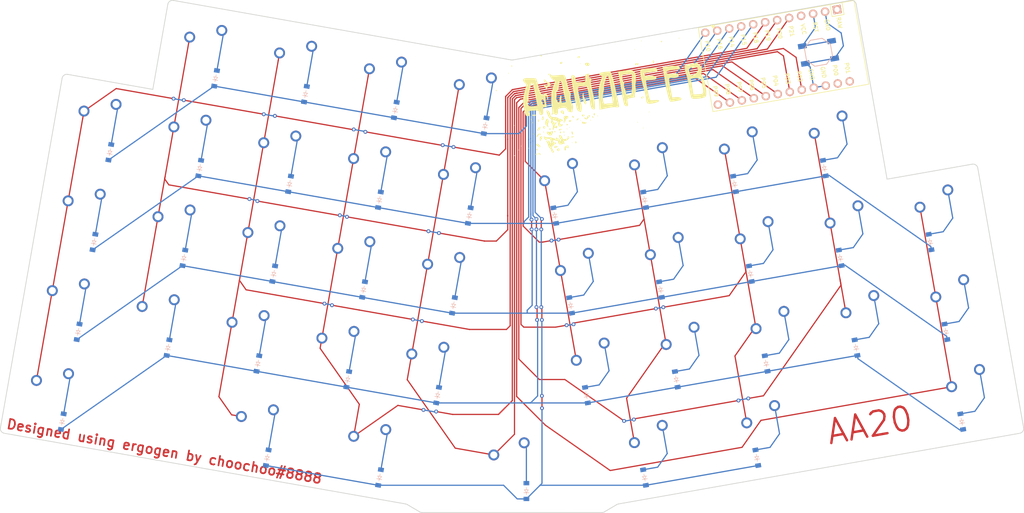
<source format=kicad_pcb>
(kicad_pcb (version 20211014) (generator pcbnew)
  (title_block (title "KEYBOARD_NAME_HERE") (rev "VERSION_HERE") (company "YOUR_NAME_HERE"))
  (layers (0 "F.Cu" signal) (31 "B.Cu" signal) (34 "B.Paste" user) (35 "F.Paste" user) (36 "B.SilkS" user "B.Silkscreen") (37 "F.SilkS" user "F.Silkscreen") (38 "B.Mask" user) (39 "F.Mask" user) (44 "Edge.Cuts" user))
  (net 0 "")
  (net 1 "pinky_bottom")
  (net 2 "P19")
  (net 3 "P15")
  (net 4 "pinky_home")
  (net 5 "P14")
  (net 6 "pinky_top")
  (net 7 "P16")
  (net 8 "pinky_number")
  (net 9 "P10")
  (net 10 "ring_bottom")
  (net 11 "P20")
  (net 12 "ring_home")
  (net 13 "ring_top")
  (net 14 "ring_number")
  (net 15 "middle_bottom")
  (net 16 "P21")
  (net 17 "middle_home")
  (net 18 "middle_top")
  (net 19 "middle_number")
  (net 20 "index_bottom")
  (net 21 "P2")
  (net 22 "index_home")
  (net 23 "index_top")
  (net 24 "index_number")
  (net 25 "inner_bottom")
  (net 26 "P3")
  (net 27 "inner_home")
  (net 28 "inner_top")
  (net 29 "inner_number")
  (net 30 "tuck_only")
  (net 31 "P18")
  (net 32 "center_only")
  (net 33 "mirror_pinky_bottom")
  (net 34 "P4")
  (net 35 "mirror_pinky_home")
  (net 36 "mirror_pinky_top")
  (net 37 "mirror_ring_bottom")
  (net 38 "P5")
  (net 39 "mirror_ring_home")
  (net 40 "mirror_ring_top")
  (net 41 "mirror_middle_bottom")
  (net 42 "P6")
  (net 43 "mirror_middle_home")
  (net 44 "mirror_middle_top")
  (net 45 "mirror_index_bottom")
  (net 46 "P7")
  (net 47 "mirror_index_home")
  (net 48 "mirror_index_top")
  (net 49 "mirror_inner_bottom")
  (net 50 "P8")
  (net 51 "mirror_inner_home")
  (net 52 "mirror_inner_top")
  (net 53 "mirror_tuck_only")
  (net 54 "mirror_center_only")
  (net 55 "RAW")
  (net 56 "GND")
  (net 57 "RST")
  (net 58 "VCC")
  (net 59 "P1")
  (net 60 "P0")
  (net 61 "P9")
  (footprint "E73:SW_TACT_ALPS_SKQGABE010" (layer "F.Cu") (at 244.737321 -96.584255 10)
    (fp_text reference "B1" hide)
    (fp_text value "" hide)
  )
  (footprint "MX" (layer "F.Cu") (at 195.071556 -49.139085 10)
    (fp_text reference "S37" hide)
    (fp_text value "" hide)
  )
  (footprint "Desktop:happytappy" (layer "F.Cu") (at 201.301324 -88.203547 10)
    (fp_text reference "G***" hide)
    (fp_text value "LOGO" hide)
  )
  (footprint "MX" (layer "F.Cu") (at 180.763559 -9.89975)
    (fp_text reference "S23" hide)
    (fp_text value "" hide)
  )
  (footprint "MX" (layer "F.Cu") (at 113.481796 -77.823666 -10)
    (fp_text reference "S7" hide)
    (fp_text value "" hide)
  )
  (footprint "MX" (layer "F.Cu") (at 217.14014 -33.686496 10)
    (fp_text reference "S33" hide)
    (fp_text value "" hide)
  )
  (footprint "MX" (layer "F.Cu") (at 125.626386 -36.994492 -10)
    (fp_text reference "S9" hide)
    (fp_text value "" hide)
  )
  (footprint "MX" (layer "F.Cu") (at 270.113908 -62.371078 10)
    (fp_text reference "S26" hide)
    (fp_text value "" hide)
  )
  (footprint "ComboDiode" (layer "F.Cu") (at 168.541744 -43.694103 80)
    (fp_text reference "D18" hide)
    (fp_text value "" hide)
  )
  (footprint "ComboDiode" (layer "F.Cu") (at 208.418844 -7.727686 100)
    (fp_text reference "D40" hide)
    (fp_text value "" hide)
  )
  (footprint "MX" (layer "F.Cu") (at 233.955761 -17.307666 10)
    (fp_text reference "S39" hide)
    (fp_text value "" hide)
  )
  (footprint "MX" (layer "F.Cu") (at 235.900728 -36.994496 10)
    (fp_text reference "S30" hide)
    (fp_text value "" hide)
  )
  (footprint "ComboDiode" (layer "F.Cu") (at 149.781153 -47.002102 80)
    (fp_text reference "D14" hide)
    (fp_text value "" hide)
  )
  (footprint "MX" (layer "F.Cu") (at 191.763557 -67.899673 10)
    (fp_text reference "S38" hide)
    (fp_text value "" hide)
  )
  (footprint "MX" (layer "F.Cu") (at 210.50503 -13.172671 10)
    (fp_text reference "S40" hide)
    (fp_text value "" hide)
  )
  (footprint "ComboDiode" (layer "F.Cu") (at 146.473156 -28.241512 80)
    (fp_text reference "D13" hide)
    (fp_text value "" hide)
  )
  (footprint "MX" (layer "F.Cu") (at 229.284733 -74.51567 10)
    (fp_text reference "S32" hide)
    (fp_text value "" hide)
  )
  (footprint "MX" (layer "F.Cu") (at 91.413211 -62.371076 -10)
    (fp_text reference "S3" hide)
    (fp_text value "" hide)
  )
  (footprint "MX" (layer "F.Cu") (at 169.763559 -67.899674 -10)
    (fp_text reference "S19" hide)
    (fp_text value "" hide)
  )
  (footprint "ProMicro" (layer "F.Cu") (at 236.181152 -95.583284 -170)
    (fp_text reference "MCU1" hide)
    (fp_text value "" hide)
  )
  (footprint "MX" (layer "F.Cu") (at 151.022087 -13.172669 -10)
    (fp_text reference "S22" hide)
    (fp_text value "" hide)
  )
  (footprint "MX" (layer "F.Cu") (at 173.071555 -86.660265 -10)
    (fp_text reference "S20" hide)
    (fp_text value "" hide)
  )
  (footprint "MX" (layer "F.Cu") (at 166.455559 -49.139086 -10)
    (fp_text reference "S18" hide)
    (fp_text value "" hide)
  )
  (footprint "MX" (layer "F.Cu") (at 198.379553 -30.378497 10)
    (fp_text reference "S36" hide)
    (fp_text value "" hide)
  )
  (footprint "MX" (layer "F.Cu") (at 128.934384 -55.755084 -10)
    (fp_text reference "S10" hide)
    (fp_text value "" hide)
  )
  (footprint "ComboDiode" (layer "F.Cu") (at 249.267138 -53.618094 100)
    (fp_text reference "D28" hide)
    (fp_text value "" hide)
  )
  (footprint "ComboDiode" (layer "F.Cu") (at 153.089152 -65.762685 80)
    (fp_text reference "D15" hide)
    (fp_text value "" hide)
  )
  (footprint "ComboDiode" (layer "F.Cu") (at 268.027722 -56.926094 100)
    (fp_text reference "D26" hide)
    (fp_text value "" hide)
  )
  (footprint "ComboDiode" (layer "F.Cu") (at 153.10827 -7.727687 80)
    (fp_text reference "D22" hide)
    (fp_text value "" hide)
  )
  (footprint "MX" (layer "F.Cu") (at 116.789795 -96.584257 -10)
    (fp_text reference "S8" hide)
    (fp_text value "" hide)
  )
  (footprint "ComboDiode" (layer "F.Cu") (at 115.567977 -72.378682 80)
    (fp_text reference "D7" hide)
    (fp_text value "" hide)
  )
  (footprint "ComboDiode" (layer "F.Cu") (at 96.807391 -75.686683 80)
    (fp_text reference "D4" hide)
    (fp_text value "" hide)
  )
  (footprint "MX" (layer "F.Cu") (at 106.865801 -40.302493 -10)
    (fp_text reference "S5" hide)
    (fp_text value "" hide)
  )
  (footprint "ComboDiode" (layer "F.Cu") (at 86.883394 -19.404919 80)
    (fp_text reference "D1" hide)
    (fp_text value "" hide)
  )
  (footprint "MX" (layer "F.Cu") (at 163.147563 -30.378498 -10)
    (fp_text reference "S17" hide)
    (fp_text value "" hide)
  )
  (footprint "MX" (layer "F.Cu") (at 251.353322 -59.06308 10)
    (fp_text reference "S28" hide)
    (fp_text value "" hide)
  )
  (footprint "MX" (layer "F.Cu") (at 210.524147 -71.207672 10)
    (fp_text reference "S35" hide)
    (fp_text value "" hide)
  )
  (footprint "ComboDiode" (layer "F.Cu") (at 156.39715 -84.523275 80)
    (fp_text reference "D16" hide)
    (fp_text value "" hide)
  )
  (footprint "ComboDiode" (layer "F.Cu") (at 171.849742 -62.45469 80)
    (fp_text reference "D19" hide)
    (fp_text value "" hide)
  )
  (footprint "ComboDiode" (layer "F.Cu") (at 227.19855 -69.070682 100)
    (fp_text reference "D32" hide)
    (fp_text value "" hide)
  )
  (footprint "ComboDiode" (layer "F.Cu") (at 127.712569 -31.549511 80)
    (fp_text reference "D9" hide)
    (fp_text value "" hide)
  )
  (footprint "MX" (layer "F.Cu") (at 248.045319 -77.823666 10)
    (fp_text reference "S29" hide)
    (fp_text value "" hide)
  )
  (footprint "MX" (layer "F.Cu") (at 88.10521 -43.61049 -10)
    (fp_text reference "S2" hide)
    (fp_text value "" hide)
  )
  (footprint "ComboDiode" (layer "F.Cu") (at 245.959138 -72.378683 100)
    (fp_text reference "D29" hide)
    (fp_text value "" hide)
  )
  (footprint "MX" (layer "F.Cu") (at 232.592728 -55.75508 10)
    (fp_text reference "S31" hide)
    (fp_text value "" hide)
  )
  (footprint "ComboDiode" (layer "F.Cu") (at 90.191394 -38.165505 80)
    (fp_text reference "D2" hide)
    (fp_text value "" hide)
  )
  (footprint "MX" (layer "F.Cu") (at 144.386974 -33.686494 -10)
    (fp_text reference "S13" hide)
    (fp_text value "" hide)
  )
  (footprint "ComboDiode" (layer "F.Cu") (at 189.677376 -62.454692 100)
    (fp_text reference "D38" hide)
    (fp_text value "" hide)
  )
  (footprint "MX" (layer "F.Cu") (at 273.421902 -43.610489 10)
    (fp_text reference "S25" hide)
    (fp_text value "" hide)
  )
  (footprint "ComboDiode" (layer "F.Cu") (at 215.053959 -28.241513 100)
    (fp_text reference "D33" hide)
    (fp_text value "" hide)
  )
  (footprint "MX" (layer "F.Cu") (at 254.661317 -40.302493 10)
    (fp_text reference "S27" hide)
    (fp_text value "" hide)
  )
  (footprint "MX" (layer "F.Cu") (at 213.832144 -52.447084 10)
    (fp_text reference "S34" hide)
    (fp_text value "" hide)
  )
  (footprint "Stabilizer_MX_2u" (layer "F.Cu") (at 180.763559 -9.89975 180)
    (fp_text reference "")
    (fp_text value "")
  )
  (footprint "ComboDiode" (layer "F.Cu") (at 183.763556 -4.899749 90)
    (fp_text reference "D23" hide)
    (fp_text value "" hide)
  )
  (footprint "ComboDiode" (layer "F.Cu") (at 252.575132 -34.857509 100)
    (fp_text reference "D27" hide)
    (fp_text value "" hide)
  )
  (footprint "ComboDiode" (layer "F.Cu") (at 231.869579 -11.862683 100)
    (fp_text reference "D39" hide)
    (fp_text value "" hide)
  )
  (footprint "MX" (layer "F.Cu") (at 84.797213 -24.849902 -10)
    (fp_text reference "S1" hide)
    (fp_text value "" hide)
  )
  (footprint "ComboDiode" (layer "F.Cu") (at 112.259981 -53.618093 80)
    (fp_text reference "D6" hide)
    (fp_text value "" hide)
  )
  (footprint "ComboDiode" (layer "F.Cu") (at 233.814549 -31.549512 100)
    (fp_text reference "D30" hide)
    (fp_text value "" hide)
  )
  (footprint "MX" (layer "F.Cu") (at 154.310968 -89.968258 -10)
    (fp_text reference "S16" hide)
    (fp_text value "" hide)
  )
  (footprint "MX" (layer "F.Cu") (at 132.242382 -74.515669 -10)
    (fp_text reference "S11" hide)
    (fp_text value "" hide)
  )
  (footprint "ComboDiode" (layer "F.Cu") (at 118.875974 -91.139272 80)
    (fp_text reference "D8" hide)
    (fp_text value "" hide)
  )
  (footprint "MX" (layer "F.Cu") (at 151.002968 -71.207672 -10)
    (fp_text reference "S15" hide)
    (fp_text value "" hide)
  )
  (footprint "ComboDiode" (layer "F.Cu") (at 271.335722 -38.165503 100)
    (fp_text reference "D25" hide)
    (fp_text value "" hide)
  )
  (footprint "ComboDiode" (layer "F.Cu") (at 208.437963 -65.762685 100)
    (fp_text reference "D35" hide)
    (fp_text value "" hide)
  )
  (footprint "ComboDiode" (layer "F.Cu") (at 131.020565 -50.3101 80)
    (fp_text reference "D10" hide)
    (fp_text value "" hide)
  )
  (footprint "ComboDiode" (layer "F.Cu") (at 196.293367 -24.933515 100)
    (fp_text reference "D36" hide)
    (fp_text value "" hide)
  )
  (footprint "ComboDiode" (layer "F.Cu") (at 230.506549 -50.3101 100)
    (fp_text reference "D31" hide)
    (fp_text value "" hide)
  )
  (footprint "MX" (layer "F.Cu") (at 127.571352 -17.307666 -10)
    (fp_text reference "S21" hide)
    (fp_text value "" hide)
  )
  (footprint "ComboDiode" (layer "F.Cu") (at 175.157738 -81.215277 80)
    (fp_text reference "D20" hide)
    (fp_text value "" hide)
  )
  (footprint "MX" (layer "F.Cu") (at 135.550379 -93.276256 -10)
    (fp_text reference "S12" hide)
    (fp_text value "" hide)
  )
  (footprint "ComboDiode" (layer "F.Cu") (at 137.636563 -87.831273 80)
    (fp_text reference "D12" hide)
    (fp_text value "" hide)
  )
  (footprint "ComboDiode" (layer "F.Cu") (at 274.643722 -19.40492 100)
    (fp_text reference "D24" hide)
    (fp_text value "" hide)
  )
  (footprint "ComboDiode" (layer "F.Cu") (at 211.745959 -47.0021 100)
    (fp_text reference "D34" hide)
    (fp_text value "" hide)
  )
  (footprint "MX" (layer "F.Cu") (at 110.173797 -59.06308 -10)
    (fp_text reference "S6" hide)
    (fp_text value "" hide)
  )
  (footprint "MX" (layer "F.Cu") (at 94.721208 -81.131663 -10)
    (fp_text reference "S4" hide)
    (fp_text value "" hide)
  )
  (footprint "ComboDiode" (layer "F.Cu") (at 134.328564 -69.070685 80)
    (fp_text reference "D11" hide)
    (fp_text value "" hide)
  )
  (footprint "ComboDiode" (layer "F.Cu") (at 192.985374 -43.694102 100)
    (fp_text reference "D37" hide)
    (fp_text value "" hide)
  )
  (footprint "ComboDiode" (layer "F.Cu") (at 129.657533 -11.862683 80)
    (fp_text reference "D21" hide)
    (fp_text value "" hide)
  )
  (footprint "MX" (layer "F.Cu") (at 276.729904 -24.849898 10)
    (fp_text reference "S24" hide)
    (fp_text value "" hide)
  )
  (footprint "ComboDiode" (layer "F.Cu") (at 93.499394 -56.926095 80)
    (fp_text reference "D3" hide)
    (fp_text value "" hide)
  )
  (footprint "ComboDiode" (layer "F.Cu") (at 165.233746 -24.933516 80)
    (fp_text reference "D17" hide)
    (fp_text value "" hide)
  )
  (footprint "ComboDiode" (layer "F.Cu") (at 108.951983 -34.857508 80)
    (fp_text reference "D5" hide)
    (fp_text value "" hide)
  )
  (footprint "MX" (layer "F.Cu") (at 147.694973 -52.447083 -10)
    (fp_text reference "S14" hide)
    (fp_text value "" hide)
  )
  (gr_line (start 77.099877 -35.904475) (end 80.399196 -54.615822) (layer "Edge.Cuts") (width 0.15))
  (gr_line (start 80.407876 -54.665063) (end 83.707194 -73.376409) (layer "Edge.Cuts") (width 0.15))
  (gr_line (start 73.965529 -18.128694) (end 77.091198 -35.855232) (layer "Edge.Cuts") (width 0.15))
  (gr_line (start 202.97638 -2.19861) (end 286.750427 -16.970239) (layer "Edge.Cuts") (width 0.15))
  (gr_line (start 284.435916 -35.855233) (end 287.561584 -18.128693) (layer "Edge.Cuts") (width 0.15))
  (gr_arc (start 86.84154 -91.152189) (mid 87.252772 -91.797693) (end 87.999997 -91.963348) (layer "Edge.Cuts") (width 0.15))
  (gr_line (start 77.091198 -35.855232) (end 77.099877 -35.904475) (layer "Edge.Cuts") (width 0.15))
  (gr_arc (start 251.458533 -107.415937) (mid 252.205757 -107.25028) (end 252.616988 -106.604776) (layer "Edge.Cuts") (width 0.15))
  (gr_line (start 284.427236 -35.904474) (end 284.435916 -35.855233) (layer "Edge.Cuts") (width 0.15))
  (gr_line (start 105.784463 -88.87824) (end 108.910129 -106.604781) (layer "Edge.Cuts") (width 0.15))
  (gr_arc (start 108.910127 -106.604776) (mid 109.321359 -107.250281) (end 110.068584 -107.415937) (layer "Edge.Cuts") (width 0.15))
  (gr_line (start 180.937206 -94.981126) (end 251.458533 -107.415937) (layer "Edge.Cuts") (width 0.15))
  (gr_line (start 259.050651 -70.117651) (end 259.059337 -70.068411) (layer "Edge.Cuts") (width 0.15))
  (gr_arc (start 200.023005 -0.537406) (mid 199.779033 -0.434777) (end 199.516681 -0.39975) (layer "Edge.Cuts") (width 0.15))
  (gr_arc (start 162.010432 -0.399746) (mid 161.748079 -0.434774) (end 161.504106 -0.537405) (layer "Edge.Cuts") (width 0.15))
  (gr_line (start 83.707194 -73.376409) (end 83.715877 -73.425648) (layer "Edge.Cuts") (width 0.15))
  (gr_line (start 83.715877 -73.425648) (end 86.841543 -91.152188) (layer "Edge.Cuts") (width 0.15))
  (gr_arc (start 158.550737 -2.198614) (mid 158.722546 -2.152241) (end 158.883414 -2.076148) (layer "Edge.Cuts") (width 0.15))
  (gr_line (start 259.108573 -70.077093) (end 276.835118 -73.202762) (layer "Edge.Cuts") (width 0.15))
  (gr_arc (start 202.643703 -2.076145) (mid 202.804571 -2.152237) (end 202.97638 -2.19861) (layer "Edge.Cuts") (width 0.15))
  (gr_line (start 110.068584 -107.415937) (end 180.589907 -94.981126) (layer "Edge.Cuts") (width 0.15))
  (gr_line (start 281.119236 -54.66506) (end 281.127917 -54.615819) (layer "Edge.Cuts") (width 0.15))
  (gr_arc (start 287.561585 -18.128693) (mid 287.39593 -17.38147) (end 286.750427 -16.970239) (layer "Edge.Cuts") (width 0.15))
  (gr_line (start 162.010432 -0.399747) (end 199.516681 -0.39975) (layer "Edge.Cuts") (width 0.15))
  (gr_line (start 281.127917 -54.615819) (end 284.427236 -35.904474) (layer "Edge.Cuts") (width 0.15))
  (gr_line (start 74.776689 -16.970238) (end 158.550735 -2.198611) (layer "Edge.Cuts") (width 0.15))
  (gr_line (start 252.616988 -106.604776) (end 259.050651 -70.117651) (layer "Edge.Cuts") (width 0.15))
  (gr_line (start 158.883414 -2.076148) (end 161.504106 -0.537405) (layer "Edge.Cuts") (width 0.15))
  (gr_line (start 87.999997 -91.963348) (end 105.775779 -88.828999) (layer "Edge.Cuts") (width 0.15))
  (gr_line (start 80.399196 -54.615822) (end 80.407876 -54.665063) (layer "Edge.Cuts") (width 0.15))
  (gr_arc (start 74.77669 -16.970239) (mid 74.131186 -17.38147) (end 73.965529 -18.128694) (layer "Edge.Cuts") (width 0.15))
  (gr_line (start 105.775779 -88.828999) (end 105.784463 -88.87824) (layer "Edge.Cuts") (width 0.15))
  (gr_line (start 277.993572 -72.391602) (end 281.119236 -54.66506) (layer "Edge.Cuts") (width 0.15))
  (gr_arc (start 180.937203 -94.981125) (mid 180.763555 -94.965933) (end 180.589907 -94.981126) (layer "Edge.Cuts") (width 0.15))
  (gr_arc (start 276.835115 -73.202761) (mid 277.58234 -73.037106) (end 277.993572 -72.391602) (layer "Edge.Cuts") (width 0.15))
  (gr_line (start 259.059337 -70.068411) (end 259.108573 -70.077093) (layer "Edge.Cuts") (width 0.15))
  (gr_line (start 202.643699 -2.076147) (end 200.023008 -0.537405) (layer "Edge.Cuts") (width 0.15))
  (gr_text "Designed using ergogen by choochoo#8888" (at 108.187578 -13.172039 -10) (layer "F.Cu") (effects (font (size 2 2) (thickness 0.35))))
  (gr_text "AA20" (at 255.461168 -18.669772 10) (layer "F.Cu") (effects (font (size 5 5) (thickness 0.5))))
  (segment (start 88.55389 -28.878769) (end 88.180756 -29.411659) (width 0.25) (layer "B.Cu") (net 1))
  (segment (start 87.169916 -21.029851) (end 88.55389 -28.878769) (width 0.25) (layer "B.Cu") (net 1))
  (segment (start 178.112152 -75.092508) (end 168.544253 -76.779589) (width 0.25) (layer "F.Cu") (net 2))
  (segment (start 91.129464 -82.702787) (end 81.486162 -28.012912) (width 0.25) (layer "F.Cu") (net 2))
  (segment (start 182.156698 -89.009584) (end 180.815586 -88.773108) (width 0.25) (layer "F.Cu") (net 2))
  (segment (start 179.421246 -76.401603) (end 178.112152 -75.092508) (width 0.25) (layer "F.Cu") (net 2))
  (segment (start 233.607246 -102.866987) (end 229.784588 -97.407663) (width 0.25) (layer "F.Cu") (net 2))
  (segment (start 112.240436 -86.578513) (end 128.937357 -83.634394) (width 0.25) (layer "F.Cu") (net 2))
  (segment (start 184.469508 -89.417394) (end 182.156699 -89.009583) (width 0.25) (layer "F.Cu") (net 2))
  (segment (start 147.646437 -80.399959) (end 147.719998 -80.451468) (width 0.25) (layer "F.Cu") (net 2))
  (segment (start 180.731255 -88.65267) (end 179.421245 -87.342661) (width 0.25) (layer "F.Cu") (net 2))
  (segment (start 91.410155 -84.294674) (end 98.132419 -89.001657) (width 0.25) (layer "F.Cu") (net 2))
  (segment (start 91.410156 -84.294676) (end 91.129464 -82.702787) (width 0.25) (layer "F.Cu") (net 2))
  (segment (start 150.147849 -79.958892) (end 166.219418 -77.125042) (width 0.25) (layer "F.Cu") (net 2))
  (segment (start 98.132419 -89.001657) (end 110.103209 -86.890882) (width 0.25) (layer "F.Cu") (net 2))
  (segment (start 229.784588 -97.407663) (end 184.469508 -89.417394) (width 0.25) (layer "F.Cu") (net 2))
  (segment (start 166.219418 -77.125042) (end 166.29298 -77.176549) (width 0.25) (layer "F.Cu") (net 2))
  (segment (start 179.421245 -87.342661) (end 179.421246 -76.401603) (width 0.25) (layer "F.Cu") (net 2))
  (segment (start 180.815586 -88.773108) (end 180.731255 -88.65267) (width 0.25) (layer "F.Cu") (net 2))
  (segment (start 131.26219 -83.288943) (end 147.646437 -80.399959) (width 0.25) (layer "F.Cu") (net 2))
  (via (at 112.240436 -86.578513) (size 0.8) (drill 0.4) (layers "F.Cu" "B.Cu") (net 2))
  (via (at 166.29298 -77.176549) (size 0.8) (drill 0.4) (layers "F.Cu" "B.Cu") (net 2))
  (via (at 150.147849 -79.958892) (size 0.8) (drill 0.4) (layers "F.Cu" "B.Cu") (net 2))
  (via (at 168.544253 -76.779589) (size 0.8) (drill 0.4) (layers "F.Cu" "B.Cu") (net 2))
  (via (at 110.103209 -86.890882) (size 0.8) (drill 0.4) (layers "F.Cu" "B.Cu") (net 2))
  (via (at 147.719998 -80.451468) (size 0.8) (drill 0.4) (layers "F.Cu" "B.Cu") (net 2))
  (via (at 131.26219 -83.288943) (size 0.8) (drill 0.4) (layers "F.Cu" "B.Cu") (net 2))
  (via (at 128.937357 -83.634394) (size 0.8) (drill 0.4) (layers "F.Cu" "B.Cu") (net 2))
  (segment (start 110.103209 -86.890882) (end 112.166872 -86.527003) (width 0.25) (layer "B.Cu") (net 2))
  (segment (start 166.29298 -77.176549) (end 168.544253 -76.779589) (width 0.25) (layer "B.Cu") (net 2))
  (segment (start 128.937357 -83.634394) (end 131.188629 -83.237434) (width 0.25) (layer "B.Cu") (net 2))
  (segment (start 147.719998 -80.451468) (end 150.09634 -80.032454) (width 0.25) (layer "B.Cu") (net 2))
  (segment (start 131.188629 -83.237434) (end 131.26219 -83.288943) (width 0.25) (layer "B.Cu") (net 2))
  (segment (start 150.09634 -80.032454) (end 150.147849 -79.958892) (width 0.25) (layer "B.Cu") (net 2))
  (segment (start 112.166872 -86.527003) (end 112.240436 -86.578513) (width 0.25) (layer "B.Cu") (net 2))
  (segment (start 185.995384 -40.656508) (end 185.995382 -43.196509) (width 0.25) (layer "F.Cu") (net 3))
  (segment (start 185.995382 -43.196509) (end 185.868381 -43.323509) (width 0.25) (layer "F.Cu") (net 3))
  (segment (start 185.852385 -59.579508) (end 185.852385 -61.738509) (width 0.25) (layer "F.Cu") (net 3))
  (via (at 185.868381 -43.323509) (size 0.8) (drill 0.4) (layers "F.Cu" "B.Cu") (net 3))
  (via (at 185.852385 -59.579508) (size 0.8) (drill 0.4) (layers "F.Cu" "B.Cu") (net 3))
  (via (at 185.995384 -40.656508) (size 0.8) (drill 0.4) (layers "F.Cu" "B.Cu") (net 3))
  (via (at 185.852385 -61.738509) (size 0.8) (drill 0.4) (layers "F.Cu" "B.Cu") (net 3))
  (segment (start 182.855458 -23.308582) (end 196.579888 -23.308581) (width 0.25) (layer "B.Cu") (net 3))
  (segment (start 185.134825 -62.45607) (end 185.134822 -62.962661) (width 0.25) (layer "B.Cu") (net 3))
  (segment (start 108.665462 -33.232577) (end 164.947226 -23.308581) (width 0.25) (layer "B.Cu") (net 3))
  (segment (start 185.134822 -62.962661) (end 185.134823 -77.994508) (width 0.25) (layer "B.Cu") (net 3))
  (segment (start 186.106385 -40.545504) (end 185.995384 -40.656508) (width 0.25) (layer "B.Cu") (net 3))
  (segment (start 185.852385 -61.738509) (end 185.134825 -62.45607) (width 0.25) (layer "B.Cu") (net 3))
  (segment (start 86.596876 -17.779985) (end 86.596876 -17.779986) (width 0.25) (layer "B.Cu") (net 3))
  (segment (start 252.861652 -33.232576) (end 252.983206 -32.543209) (width 0.25) (layer "B.Cu") (net 3))
  (segment (start 228.604422 -101.984855) (end 221.23214 -91.45614) (width 0.25) (layer "B.Cu") (net 3))
  (segment (start 185.868381 -43.323509) (end 185.868384 -59.563511) (width 0.25) (layer "B.Cu") (net 3))
  (segment (start 221.23214 -91.45614) (end 185.571587 -85.168223) (width 0.25) (layer "B.Cu") (net 3))
  (segment (start 185.134824 -78.048558) (end 185.134823 -84.344508) (width 0.25) (layer "B.Cu") (net 3))
  (segment (start 185.134823 -77.994508) (end 185.134824 -78.048558) (width 0.25) (layer "B.Cu") (net 3))
  (segment (start 196.579892 -23.308583) (end 252.861652 -33.232576) (width 0.25) (layer "B.Cu") (net 3))
  (segment (start 274.240873 -17.65843) (end 274.930239 -17.779987) (width 0.25) (layer "B.Cu") (net 3))
  (segment (start 86.596876 -17.779986) (end 108.665462 -33.232577) (width 0.25) (layer "B.Cu") (net 3))
  (segment (start 182.855458 -23.308582) (end 184.63346 -23.308583) (width 0.25) (layer "B.Cu") (net 3))
  (segment (start 184.63346 -23.308583) (end 186.106386 -24.78151) (width 0.25) (layer "B.Cu") (net 3))
  (segment (start 164.947229 -23.30858) (end 182.855458 -23.308582) (width 0.25) (layer "B.Cu") (net 3))
  (segment (start 185.571587 -85.168223) (end 185.134823 -84.54446) (width 0.25) (layer "B.Cu") (net 3))
  (segment (start 252.983206 -32.543209) (end 274.240873 -17.65843) (width 0.25) (layer "B.Cu") (net 3))
  (segment (start 186.106386 -24.78151) (end 186.106385 -40.545504) (width 0.25) (layer "B.Cu") (net 3))
  (segment (start 185.134823 -84.54446) (end 185.134825 -83.658723) (width 0.25) (layer "B.Cu") (net 3))
  (segment (start 185.868384 -59.563511) (end 185.852385 -59.579508) (width 0.25) (layer "B.Cu") (net 3))
  (segment (start 91.861887 -47.639356) (end 91.488754 -48.172247) (width 0.25) (layer "B.Cu") (net 4))
  (segment (start 90.477912 -39.790438) (end 91.861887 -47.639356) (width 0.25) (layer "B.Cu") (net 4))
  (segment (start 184.852381 -61.595511) (end 184.836384 -61.611511) (width 0.25) (layer "F.Cu") (net 5))
  (segment (start 184.85238 -59.579506) (end 184.852381 -61.595511) (width 0.25) (layer "F.Cu") (net 5))
  (via (at 184.836384 -61.611511) (size 0.8) (drill 0.4) (layers "F.Cu" "B.Cu") (net 5))
  (via (at 184.85238 -59.579506) (size 0.8) (drill 0.4) (layers "F.Cu" "B.Cu") (net 5))
  (segment (start 184.684813 -78.528493) (end 184.684813 -84.344509) (width 0.25) (layer "B.Cu") (net 5))
  (segment (start 183.931722 -42.672848) (end 184.963387 -43.704508) (width 0.25) (layer "B.Cu") (net 5))
  (segment (start 248.716565 -51.845563) (end 193.271891 -42.069169) (width 0.25) (layer "B.Cu") (net 5))
  (segment (start 250.24302 -52.114716) (end 249.553654 -51.993162) (width 0.25) (layer "B.Cu") (net 5))
  (segment (start 271.622241 -36.540573) (end 271.500685 -37.229938) (width 0.25) (layer "B.Cu") (net 5))
  (segment (start 184.684813 -84.53091) (end 184.684813 -83.349431) (width 0.25) (layer "B.Cu") (net 5))
  (segment (start 249.553654 -51.993162) (end 248.716565 -51.845563) (width 0.25) (layer "B.Cu") (net 5))
  (segment (start 184.684813 -77.740508) (end 184.684813 -78.528493) (width 0.25) (layer "B.Cu") (net 5))
  (segment (start 184.684815 -84.730858) (end 184.684813 -84.53091) (width 0.25) (layer "B.Cu") (net 5))
  (segment (start 219.095758 -91.536389) (end 185.274318 -85.572759) (width 0.25) (layer "B.Cu") (net 5))
  (segment (start 184.684814 -61.76308) (end 184.684812 -62.77626) (width 0.25) (layer "B.Cu") (net 5))
  (segment (start 89.904874 -36.540576) (end 111.973461 -51.993164) (width 0.25) (layer "B.Cu") (net 5))
  (segment (start 111.973461 -51.993164) (end 168.255225 -42.069169) (width 0.25) (layer "B.Cu") (net 5))
  (segment (start 89.904875 -36.540572) (end 89.904874 -36.540576) (width 0.25) (layer "B.Cu") (net 5))
  (segment (start 168.255225 -42.069173) (end 183.931725 -42.069168) (width 0.25) (layer "B.Cu") (net 5))
  (segment (start 184.963384 -59.468506) (end 184.85238 -59.579506) (width 0.25) (layer "B.Cu") (net 5))
  (segment (start 226.103012 -101.543788) (end 219.095758 -91.536389) (width 0.25) (layer "B.Cu") (net 5))
  (segment (start 184.684812 -62.77626) (end 184.684813 -77.740508) (width 0.25) (layer "B.Cu") (net 5))
  (segment (start 183.931725 -42.069168) (end 183.931722 -42.672848) (width 0.25) (layer "B.Cu") (net 5))
  (segment (start 271.500685 -37.229938) (end 250.24302 -52.114716) (width 0.25) (layer "B.Cu") (net 5))
  (segment (start 184.963387 -43.704508) (end 184.963384 -59.468506) (width 0.25) (layer "B.Cu") (net 5))
  (segment (start 184.836384 -61.611511) (end 184.684814 -61.76308) (width 0.25) (layer "B.Cu") (net 5))
  (segment (start 185.274318 -85.572759) (end 184.684815 -84.730858) (width 0.25) (layer "B.Cu") (net 5))
  (segment (start 183.931725 -42.069168) (end 193.271891 -42.069169) (width 0.25) (layer "B.Cu") (net 5))
  (segment (start 95.169887 -66.399946) (end 94.796754 -66.932833) (width 0.25) (layer "B.Cu") (net 6))
  (segment (start 93.78591 -58.551027) (end 95.169887 -66.399946) (width 0.25) (layer "B.Cu") (net 6))
  (segment (start 246.935024 -70.875304) (end 246.245657 -70.75375) (width 0.25) (layer "B.Cu") (net 7))
  (segment (start 216.959374 -91.616641) (end 185.012607 -85.983562) (width 0.25) (layer "B.Cu") (net 7))
  (segment (start 184.234804 -84.638632) (end 184.234803 -83.52152) (width 0.25) (layer "B.Cu") (net 7))
  (segment (start 223.601601 -101.102722) (end 216.959374 -91.616641) (width 0.25) (layer "B.Cu") (net 7))
  (segment (start 268.314243 -55.30116) (end 268.192689 -55.990527) (width 0.25) (layer "B.Cu") (net 7))
  (segment (start 93.212872 -55.301159) (end 93.212871 -55.301161) (width 0.25) (layer "B.Cu") (net 7))
  (segment (start 246.245657 -70.75375) (end 189.963892 -60.829758) (width 0.25) (layer "B.Cu") (net 7))
  (segment (start 171.563224 -60.829758) (end 183.292636 -60.829759) (width 0.25) (layer "B.Cu") (net 7))
  (segment (start 183.292636 -60.829759) (end 183.292636 -61.210759) (width 0.25) (layer "B.Cu") (net 7))
  (segment (start 183.292636 -61.210759) (end 184.234803 -62.152927) (width 0.25) (layer "B.Cu") (net 7))
  (segment (start 183.292636 -60.829759) (end 189.963892 -60.829758) (width 0.25) (layer "B.Cu") (net 7))
  (segment (start 93.212871 -55.301161) (end 115.281459 -70.753752) (width 0.25) (layer "B.Cu") (net 7))
  (segment (start 184.234804 -78.34209) (end 184.234806 -84.344509) (width 0.25) (layer "B.Cu") (net 7))
  (segment (start 184.201828 -84.82565) (end 184.234804 -84.638632) (width 0.25) (layer "B.Cu") (net 7))
  (segment (start 184.234803 -62.152927) (end 184.234804 -78.34209) (width 0.25) (layer "B.Cu") (net 7))
  (segment (start 151.162931 -64.42688) (end 171.563221 -60.829759) (width 0.25) (layer "B.Cu") (net 7))
  (segment (start 115.281459 -70.753752) (end 151.162931 -64.42688) (width 0.25) (layer "B.Cu") (net 7))
  (segment (start 185.012607 -85.983562) (end 184.201828 -84.82565) (width 0.25) (layer "B.Cu") (net 7))
  (segment (start 268.192689 -55.990527) (end 246.935024 -70.875304) (width 0.25) (layer "B.Cu") (net 7))
  (segment (start 98.477886 -85.160529) (end 98.10475 -85.69342) (width 0.25) (layer "B.Cu") (net 8))
  (segment (start 97.093909 -77.311615) (end 98.477886 -85.160529) (width 0.25) (layer "B.Cu") (net 8))
  (segment (start 183.784792 -84.344509) (end 183.690401 -84.879827) (width 0.25) (layer "B.Cu") (net 9))
  (segment (start 118.589457 -89.51434) (end 174.034133 -79.737946) (width 0.25) (layer "B.Cu") (net 9))
  (segment (start 96.520869 -74.06175) (end 118.589457 -89.51434) (width 0.25) (layer "B.Cu") (net 9))
  (segment (start 183.690401 -84.879827) (end 184.750896 -86.394368) (width 0.25) (layer "B.Cu") (net 9))
  (segment (start 174.034133 -79.737946) (end 174.871218 -79.590347) (width 0.25) (layer "B.Cu") (net 9))
  (segment (start 182.205629 -79.590344) (end 183.784792 -81.169509) (width 0.25) (layer "B.Cu") (net 9))
  (segment (start 214.822992 -91.696892) (end 221.100188 -100.661656) (width 0.25) (layer "B.Cu") (net 9))
  (segment (start 174.871219 -79.590345) (end 182.205629 -79.590344) (width 0.25) (layer "B.Cu") (net 9))
  (segment (start 96.520869 -74.06175) (end 96.520869 -74.06175) (width 0.25) (layer "B.Cu") (net 9))
  (segment (start 184.750896 -86.394368) (end 214.822992 -91.696892) (width 0.25) (layer "B.Cu") (net 9))
  (segment (start 183.784792 -81.169509) (end 183.784792 -84.344509) (width 0.25) (layer "B.Cu") (net 9))
  (segment (start 110.622479 -44.331358) (end 110.249344 -44.864248) (width 0.25) (layer "B.Cu") (net 10))
  (segment (start 109.238501 -36.482439) (end 110.622479 -44.331358) (width 0.25) (layer "B.Cu") (net 10))
  (segment (start 108.335637 -70.579274) (end 108.25419 -70.11737) (width 0.25) (layer "F.Cu") (net 11))
  (segment (start 165.504671 -58.809907) (end 175.010033 -57.133855) (width 0.25) (layer "F.Cu") (net 11))
  (segment (start 144.742954 -62.470758) (end 144.816515 -62.522268) (width 0.25) (layer "F.Cu") (net 11))
  (segment (start 231.920969 -97.327414) (end 230.0463 -96.996859) (width 0.25) (layer "F.Cu") (net 11))
  (segment (start 177.497283 -57.133854) (end 175.010033 -57.133855) (width 0.25) (layer "F.Cu") (net 11))
  (segment (start 179.871254 -78.40013) (end 179.871254 -62.492326) (width 0.25) (layer "F.Cu") (net 11))
  (segment (start 175.010033 -57.133855) (end 175.020781 -57.133856) (width 0.25) (layer "F.Cu") (net 11))
  (segment (start 106.487322 -60.096961) (end 103.554747 -43.465503) (width 0.25) (layer "F.Cu") (net 11))
  (segment (start 230.0463 -96.996859) (end 181.888954 -88.505423) (width 0.25) (layer "F.Cu") (net 11))
  (segment (start 109.119889 -68.881025) (end 125.941884 -65.914852) (width 0.25) (layer "F.Cu") (net 11))
  (segment (start 179.871256 -87.105143) (end 179.871254 -78.40013) (width 0.25) (layer "F.Cu") (net 11))
  (segment (start 127.608283 -65.492062) (end 144.742954 -62.470758) (width 0.25) (layer "F.Cu") (net 11))
  (segment (start 179.929245 -87.214252) (end 179.929244 -87.163129) (width 0.25) (layer "F.Cu") (net 11))
  (segment (start 146.306336 -62.195091) (end 163.315936 -59.195839) (width 0.25) (layer "F.Cu") (net 11))
  (segment (start 181.077298 -88.362303) (end 179.929245 -87.214252) (width 0.25) (layer "F.Cu") (net 11))
  (segment (start 179.871254 -59.507826) (end 177.497283 -57.133854) (width 0.25) (layer "F.Cu") (net 11))
  (segment (start 108.335637 -70.579274) (end 106.487322 -60.096961) (width 0.25) (layer "F.Cu") (net 11))
  (segment (start 179.871254 -62.492326) (end 179.871254 -59.507826) (width 0.25) (layer "F.Cu") (net 11))
  (segment (start 181.888955 -88.505419) (end 181.077298 -88.362303) (width 0.25) (layer "F.Cu") (net 11))
  (segment (start 236.108659 -103.308053) (end 231.920969 -97.327414) (width 0.25) (layer "F.Cu") (net 11))
  (segment (start 179.929244 -87.163129) (end 179.871256 -87.105143) (width 0.25) (layer "F.Cu") (net 11))
  (segment (start 108.25419 -70.11737) (end 109.119889 -68.881025) (width 0.25) (layer "F.Cu") (net 11))
  (segment (start 179.871254 -62.492326) (end 179.871255 -62.32912) (width 0.25) (layer "F.Cu") (net 11))
  (segment (start 113.478743 -99.747265) (end 108.335637 -70.579274) (width 0.25) (layer "F.Cu") (net 11))
  (segment (start 181.888954 -88.505423) (end 181.888955 -88.505419) (width 0.25) (layer "F.Cu") (net 11))
  (via (at 163.315936 -59.195839) (size 0.8) (drill 0.4) (layers "F.Cu" "B.Cu") (net 11))
  (via (at 146.306336 -62.195091) (size 0.8) (drill 0.4) (layers "F.Cu" "B.Cu") (net 11))
  (via (at 127.608283 -65.492062) (size 0.8) (drill 0.4) (layers "F.Cu" "B.Cu") (net 11))
  (via (at 125.941884 -65.914852) (size 0.8) (drill 0.4) (layers "F.Cu" "B.Cu") (net 11))
  (via (at 165.504671 -58.809907) (size 0.8) (drill 0.4) (layers "F.Cu" "B.Cu") (net 11))
  (via (at 144.816515 -62.522268) (size 0.8) (drill 0.4) (layers "F.Cu" "B.Cu") (net 11))
  (segment (start 144.816515 -62.522268) (end 146.254828 -62.268653) (width 0.25) (layer "B.Cu") (net 11))
  (segment (start 125.941884 -65.914852) (end 127.505266 -65.639188) (width 0.25) (layer "B.Cu") (net 11))
  (segment (start 163.315936 -59.195839) (end 165.504671 -58.809907) (width 0.25) (layer "B.Cu") (net 11))
  (segment (start 127.505266 -65.639188) (end 127.608283 -65.492062) (width 0.25) (layer "B.Cu") (net 11))
  (segment (start 146.254828 -62.268653) (end 146.306336 -62.195091) (width 0.25) (layer "B.Cu") (net 11))
  (segment (start 113.930477 -63.091947) (end 113.557339 -63.624837) (width 0.25) (layer "B.Cu") (net 12))
  (segment (start 112.546499 -55.243027) (end 113.930477 -63.091947) (width 0.25) (layer "B.Cu") (net 12))
  (segment (start 115.854494 -74.003616) (end 117.238471 -81.852538) (width 0.25) (layer "B.Cu") (net 13))
  (segment (start 117.238471 -81.852538) (end 116.865339 -82.385424) (width 0.25) (layer "B.Cu") (net 13))
  (segment (start 120.546471 -100.613122) (end 120.173339 -101.14601) (width 0.25) (layer "B.Cu") (net 14))
  (segment (start 119.162491 -92.764204) (end 120.546471 -100.613122) (width 0.25) (layer "B.Cu") (net 14))
  (segment (start 129.383063 -41.023361) (end 129.009932 -41.55625) (width 0.25) (layer "B.Cu") (net 15))
  (segment (start 127.999088 -33.174446) (end 129.383063 -41.023361) (width 0.25) (layer "B.Cu") (net 15))
  (segment (start 125.241939 -46.952314) (end 123.861154 -48.92428) (width 0.25) (layer "F.Cu") (net 16))
  (segment (start 143.178541 -43.725128) (end 148.879801 -42.71984) (width 0.25) (layer "F.Cu") (net 16))
  (segment (start 180.379254 -39.441828) (end 179.601318 -38.66389) (width 0.25) (layer "F.Cu") (net 16))
  (segment (start 122.222079 -20.830072) (end 124.260304 -20.470678) (width 0.25) (layer "F.Cu") (net 16))
  (segment (start 131.958636 -94.847382) (end 123.861154 -48.92428) (width 0.25) (layer "F.Cu") (net 16))
  (segment (start 119.574184 -24.61166) (end 122.222079 -20.830072) (width 0.25) (layer "F.Cu") (net 16))
  (segment (start 180.379256 -87.027851) (end 180.379254 -39.441828) (width 0.25) (layer "F.Cu") (net 16))
  (segment (start 132.23933 -96.439268) (end 131.958636 -94.847382) (width 0.25) (layer "F.Cu") (net 16))
  (segment (start 230.308012 -96.586054) (end 181.737596 -88.02178) (width 0.25) (layer "F.Cu") (net 16))
  (segment (start 234.057353 -97.247165) (end 230.308012 -96.586054) (width 0.25) (layer "F.Cu") (net 16))
  (segment (start 123.861154 -48.92428) (end 123.8391 -48.79921) (width 0.25) (layer "F.Cu") (net 16))
  (segment (start 171.882242 -38.663889) (end 161.939131 -40.417129) (width 0.25) (layer "F.Cu") (net 16))
  (segment (start 238.610071 -103.749118) (end 234.057353 -97.247165) (width 0.25) (layer "F.Cu") (net 16))
  (segment (start 148.879801 -42.71984) (end 160.063071 -40.747929) (width 0.25) (layer "F.Cu") (net 16))
  (segment (start 181.737586 -88.021779) (end 181.295175 -87.943769) (width 0.25) (layer "F.Cu") (net 16))
  (segment (start 141.612165 -44.065801) (end 125.241939 -46.952314) (width 0.25) (layer "F.Cu") (net 16))
  (segment (start 122.315334 -40.157506) (end 119.574184 -24.61166) (width 0.25) (layer "F.Cu") (net 16))
  (segment (start 123.8391 -48.79921) (end 122.315334 -40.157506) (width 0.25) (layer "F.Cu") (net 16))
  (segment (start 181.295175 -87.943769) (end 180.379256 -87.027851) (width 0.25) (layer "F.Cu") (net 16))
  (segment (start 181.737596 -88.02178) (end 181.339008 -87.951498) (width 0.25) (layer "F.Cu") (net 16))
  (segment (start 179.601318 -38.66389) (end 171.882242 -38.663889) (width 0.25) (layer "F.Cu") (net 16))
  (segment (start 181.737596 -88.02178) (end 181.737586 -88.021779) (width 0.25) (layer "F.Cu") (net 16))
  (via (at 160.063071 -40.747929) (size 0.8) (drill 0.4) (layers "F.Cu" "B.Cu") (net 16))
  (via (at 141.612165 -44.065801) (size 0.8) (drill 0.4) (layers "F.Cu" "B.Cu") (net 16))
  (via (at 143.178541 -43.725128) (size 0.8) (drill 0.4) (layers "F.Cu" "B.Cu") (net 16))
  (via (at 161.939131 -40.417129) (size 0.8) (drill 0.4) (layers "F.Cu" "B.Cu") (net 16))
  (segment (start 143.127033 -43.798689) (end 143.178541 -43.725128) (width 0.25) (layer "B.Cu") (net 16))
  (segment (start 141.612165 -44.065801) (end 143.127033 -43.798689) (width 0.25) (layer "B.Cu") (net 16))
  (segment (start 160.063071 -40.747929) (end 161.939131 -40.417129) (width 0.25) (layer "B.Cu") (net 16))
  (segment (start 131.307084 -51.935032) (end 132.691063 -59.78395) (width 0.25) (layer "B.Cu") (net 17))
  (segment (start 132.691063 -59.78395) (end 132.317931 -60.316839) (width 0.25) (layer "B.Cu") (net 17))
  (segment (start 134.615084 -70.695618) (end 135.999061 -78.544536) (width 0.25) (layer "B.Cu") (net 18))
  (segment (start 135.999061 -78.544536) (end 135.625929 -79.077427) (width 0.25) (layer "B.Cu") (net 18))
  (segment (start 139.307059 -97.305124) (end 138.933927 -97.838015) (width 0.25) (layer "B.Cu") (net 19))
  (segment (start 137.923084 -89.456207) (end 139.307059 -97.305124) (width 0.25) (layer "B.Cu") (net 19))
  (segment (start 148.143653 -37.715366) (end 147.770519 -38.248252) (width 0.25) (layer "B.Cu") (net 20))
  (segment (start 146.759676 -29.866445) (end 148.143653 -37.715366) (width 0.25) (layer "B.Cu") (net 20))
  (segment (start 148.890374 -23.024028) (end 147.711039 -16.335679) (width 0.25) (layer "F.Cu") (net 21))
  (segment (start 180.829266 -78.654129) (end 180.829266 -23.80115) (width 0.25) (layer "F.Cu") (net 21))
  (segment (start 147.711037 -16.335681) (end 156.934406 -22.793954) (width 0.25) (layer "F.Cu") (net 21))
  (segment (start 150.999917 -93.131271) (end 150.719223 -91.53938) (width 0.25) (layer "F.Cu") (net 21))
  (segment (start 241.256467 -88.740651) (end 240.061387 -95.518295) (width 0.25) (layer "F.Cu") (net 21))
  (segment (start 179.27878 -22.250665) (end 178.024244 -20.996132) (width 0.25) (layer "F.Cu") (net 21))
  (segment (start 156.934406 -22.793954) (end 162.276454 -21.852007) (width 0.25) (layer "F.Cu") (net 21))
  (segment (start 177.935606 -20.907493) (end 179.27878 -22.250665) (width 0.25) (layer "F.Cu") (net 21))
  (segment (start 180.829265 -86.84145) (end 180.829266 -78.654129) (width 0.25) (layer "F.Cu") (net 21))
  (segment (start 140.700502 -34.720379) (end 148.890374 -23.024028) (width 0.25) (layer "F.Cu") (net 21))
  (segment (start 168.364433 -20.907493) (end 177.935606 -20.907493) (width 0.25) (layer "F.Cu") (net 21))
  (segment (start 182.463973 -87.692907) (end 181.51305 -87.525233) (width 0.25) (layer "F.Cu") (net 21))
  (segment (start 240.061387 -95.518295) (end 237.402516 -97.380054) (width 0.25) (layer "F.Cu") (net 21))
  (segment (start 181.51305 -87.525233) (end 180.829265 -86.84145) (width 0.25) (layer "F.Cu") (net 21))
  (segment (start 237.402516 -97.380054) (end 182.463973 -87.692907) (width 0.25) (layer "F.Cu") (net 21))
  (segment (start 141.075924 -36.849508) (end 140.700502 -34.720379) (width 0.25) (layer "F.Cu") (net 21))
  (segment (start 164.924989 -21.513958) (end 168.364433 -20.907493) (width 0.25) (layer "F.Cu") (net 21))
  (segment (start 150.719223 -91.53938) (end 141.075924 -36.849508) (width 0.25) (layer "F.Cu") (net 21))
  (segment (start 180.829266 -23.80115) (end 179.27878 -22.250665) (width 0.25) (layer "F.Cu") (net 21))
  (via (at 164.924989 -21.513958) (size 0.8) (drill 0.4) (layers "F.Cu" "B.Cu") (net 21))
  (via (at 162.276454 -21.852007) (size 0.8) (drill 0.4) (layers "F.Cu" "B.Cu") (net 21))
  (segment (start 164.777868 -21.410942) (end 164.924989 -21.513958) (width 0.25) (layer "B.Cu") (net 21))
  (segment (start 162.276454 -21.852007) (end 164.777868 -21.410942) (width 0.25) (layer "B.Cu") (net 21))
  (segment (start 151.45165 -56.47595) (end 151.078515 -57.00884) (width 0.25) (layer "B.Cu") (net 22))
  (segment (start 150.067675 -48.627033) (end 151.45165 -56.47595) (width 0.25) (layer "B.Cu") (net 22))
  (segment (start 154.759648 -75.236537) (end 154.386513 -75.769428) (width 0.25) (layer "B.Cu") (net 23))
  (segment (start 153.375671 -67.387619) (end 154.759648 -75.236537) (width 0.25) (layer "B.Cu") (net 23))
  (segment (start 158.067647 -93.997126) (end 157.694513 -94.530015) (width 0.25) (layer "B.Cu") (net 24))
  (segment (start 156.683671 -86.148211) (end 158.067647 -93.997126) (width 0.25) (layer "B.Cu") (net 24))
  (segment (start 166.904241 -34.407364) (end 166.531106 -34.940256) (width 0.25) (layer "B.Cu") (net 25))
  (segment (start 165.520264 -26.558448) (end 166.904241 -34.407364) (width 0.25) (layer "B.Cu") (net 25))
  (segment (start 181.279275 -86.655053) (end 181.279274 -16.765463) (width 0.25) (layer "F.Cu") (net 26))
  (segment (start 181.730927 -87.106702) (end 181.279275 -86.655053) (width 0.25) (layer "F.Cu") (net 26))
  (segment (start 169.760504 -89.823273) (end 159.836512 -33.541512) (width 0.25) (layer "F.Cu") (net 26))
  (segment (start 168.909546 -13.858124) (end 176.953557 -12.439749) (width 0.25) (layer "F.Cu") (net 26))
  (segment (start 159.836512 -33.541512) (end 158.889149 -28.168736) (width 0.25) (layer "F.Cu") (net 26))
  (segment (start 184.121777 -87.528272) (end 181.730927 -87.106702) (width 0.25) (layer "F.Cu") (net 26))
  (segment (start 158.889149 -28.168736) (end 168.909546 -13.858124) (width 0.25) (layer "F.Cu") (net 26))
  (segment (start 236.172846 -96.706279) (end 184.121777 -87.528272) (width 0.25) (layer "F.Cu") (net 26))
  (segment (start 181.279274 -16.765463) (end 176.953557 -12.439749) (width 0.25) (layer "F.Cu") (net 26))
  (segment (start 237.427654 -95.827652) (end 236.172846 -96.706279) (width 0.25) (layer "F.Cu") (net 26))
  (segment (start 238.755057 -88.299584) (end 237.427654 -95.827652) (width 0.25) (layer "F.Cu") (net 26))
  (segment (start 168.828262 -45.319037) (end 170.212239 -53.167952) (width 0.25) (layer "B.Cu") (net 27))
  (segment (start 170.212239 -53.167952) (end 169.839102 -53.700845) (width 0.25) (layer "B.Cu") (net 27))
  (segment (start 173.520237 -71.928541) (end 173.147102 -72.461433) (width 0.25) (layer "B.Cu") (net 28))
  (segment (start 172.136258 -64.079624) (end 173.520237 -71.928541) (width 0.25) (layer "B.Cu") (net 28))
  (segment (start 176.828233 -90.689129) (end 176.455098 -91.22202) (width 0.25) (layer "B.Cu") (net 29))
  (segment (start 175.444255 -82.840209) (end 176.828233 -90.689129) (width 0.25) (layer "B.Cu") (net 29))
  (segment (start 129.944053 -13.487617) (end 131.328034 -21.336534) (width 0.25) (layer "B.Cu") (net 30))
  (segment (start 131.328034 -21.336534) (end 130.954898 -21.869423) (width 0.25) (layer "B.Cu") (net 30))
  (segment (start 187.019458 -22.217435) (end 187.019458 -24.757438) (width 0.25) (layer "F.Cu") (net 31))
  (segment (start 186.995387 -40.656508) (end 186.995385 -43.19651) (width 0.25) (layer "F.Cu") (net 31))
  (segment (start 186.995385 -43.19651) (end 186.868387 -43.32351) (width 0.25) (layer "F.Cu") (net 31))
  (segment (start 186.868386 -59.579509) (end 186.868386 -61.611508) (width 0.25) (layer "F.Cu") (net 31))
  (segment (start 186.868386 -61.611508) (end 186.995387 -61.738509) (width 0.25) (layer "F.Cu") (net 31))
  (segment (start 187.019458 -24.757438) (end 186.995387 -24.781508) (width 0.25) (layer "F.Cu") (net 31))
  (via (at 186.868387 -43.32351) (size 0.8) (drill 0.4) (layers "F.Cu" "B.Cu") (net 31))
  (via (at 186.995387 -24.781508) (size 0.8) (drill 0.4) (layers "F.Cu" "B.Cu") (net 31))
  (via (at 186.868386 -59.579509) (size 0.8) (drill 0.4) (layers "F.Cu" "B.Cu") (net 31))
  (via (at 186.995387 -40.656508) (size 0.8) (drill 0.4) (layers "F.Cu" "B.Cu") (net 31))
  (via (at 187.019458 -22.217435) (size 0.8) (drill 0.4) (layers "F.Cu" "B.Cu") (net 31))
  (via (at 186.995387 -61.738509) (size 0.8) (drill 0.4) (layers "F.Cu" "B.Cu") (net 31))
  (segment (start 187.019458 -22.217435) (end 187.019458 -22.217435) (width 0.25) (layer "B.Cu") (net 31))
  (segment (start 186.868387 -43.32351) (end 186.868386 -59.579509) (width 0.25) (layer "B.Cu") (net 31))
  (segment (start 231.105835 -102.425922) (end 223.368521 -91.37589) (width 0.25) (layer "B.Cu") (net 31))
  (segment (start 186.995387 -24.781508) (end 186.995387 -40.656508) (width 0.25) (layer "B.Cu") (net 31))
  (segment (start 187.01946 -6.505651) (end 187.019458 -22.217435) (width 0.25) (layer "B.Cu") (net 31))
  (segment (start 129.371013 -10.237748) (end 130.208103 -10.090149) (width 0.25) (layer "B.Cu") (net 31))
  (segment (start 186.616559 -6.102753) (end 187.01946 -6.505651) (width 0.25) (layer "B.Cu") (net 31))
  (segment (start 181.857145 -3.249749) (end 183.763557 -3.24975) (width 0.25) (layer "B.Cu") (net 31))
  (segment (start 185.868857 -84.763688) (end 185.584834 -84.35806) (width 0.25) (layer "B.Cu") (net 31))
  (segment (start 152.82175 -6.102753) (end 179.004142 -6.102753) (width 0.25) (layer "B.Cu") (net 31))
  (segment (start 185.584834 -63.149062) (end 186.995387 -61.738509) (width 0.25) (layer "B.Cu") (net 31))
  (segment (start 186.616559 -6.102753) (end 208.705364 -6.102753) (width 0.25) (layer "B.Cu") (net 31))
  (segment (start 208.705366 -6.102752) (end 209.54245 -6.250356) (width 0.25) (layer "B.Cu") (net 31))
  (segment (start 223.368521 -91.37589) (end 185.868857 -84.763688) (width 0.25) (layer "B.Cu") (net 31))
  (segment (start 183.763557 -3.24975) (end 186.616559 -6.102753) (width 0.25) (layer "B.Cu") (net 31))
  (segment (start 185.584834 -84.35806) (end 185.584834 -63.149062) (width 0.25) (layer "B.Cu") (net 31))
  (segment (start 130.208103 -10.090149) (end 152.821749 -6.102754) (width 0.25) (layer "B.Cu") (net 31))
  (segment (start 209.54245 -6.250356) (end 232.1561 -10.237749) (width 0.25) (layer "B.Cu") (net 31))
  (segment (start 179.004142 -6.102753) (end 181.857145 -3.249749) (width 0.25) (layer "B.Cu") (net 31))
  (segment (start 154.778764 -17.201536) (end 154.405633 -17.734428) (width 0.25) (layer "B.Cu") (net 32))
  (segment (start 183.763557 -14.519752) (end 183.303557 -14.979749) (width 0.25) (layer "B.Cu") (net 32))
  (segment (start 183.763557 -6.549748) (end 183.763557 -14.519752) (width 0.25) (layer "B.Cu") (net 32))
  (segment (start 153.394792 -9.352616) (end 154.778764 -17.201536) (width 0.25) (layer "B.Cu") (net 32))
  (segment (start 279.386206 -24.412545) (end 278.349183 -30.29379) (width 0.25) (layer "B.Cu") (net 33))
  (segment (start 277.392353 -21.56503) (end 279.386206 -24.412545) (width 0.25) (layer "B.Cu") (net 33))
  (segment (start 274.357199 -21.029853) (end 277.392353 -21.56503) (width 0.25) (layer "B.Cu") (net 33))
  (segment (start 236.253645 -87.858516) (end 226.664681 -94.572782) (width 0.25) (layer "F.Cu") (net 34))
  (segment (start 182.902227 -86.856281) (end 182.495598 -86.784582) (width 0.25) (layer "F.Cu") (net 34))
  (segment (start 232.727174 -19.670213) (end 228.785834 -14.041395) (width 0.25) (layer "F.Cu") (net 34))
  (segment (start 272.536719 -26.689711) (end 232.727174 -19.670213) (width 0.25) (layer "F.Cu") (net 34))
  (segment (start 214.66394 -92.456728) (end 182.902227 -86.856281) (width 0.25) (layer "F.Cu") (net 34))
  (segment (start 181.729284 -86.018268) (end 182.495598 -86.784582) (width 0.25) (layer "F.Cu") (net 34))
  (segment (start 181.729286 -24.663933) (end 181.729284 -86.018268) (width 0.25) (layer "F.Cu") (net 34))
  (segment (start 228.785834 -14.041395) (end 201.258428 -9.187572) (width 0.25) (layer "F.Cu") (net 34))
  (segment (start 187.739802 -18.653416) (end 181.729286 -24.663933) (width 0.25) (layer "F.Cu") (net 34))
  (segment (start 201.258428 -9.187572) (end 187.739802 -18.653416) (width 0.25) (layer "F.Cu") (net 34))
  (segment (start 272.536719 -26.689712) (end 265.920723 -64.210888) (width 0.25) (layer "F.Cu") (net 34))
  (segment (start 182.964764 -86.867308) (end 182.902227 -86.856281) (width 0.25) (layer "F.Cu") (net 34))
  (segment (start 226.664681 -94.572782) (end 214.66394 -92.456728) (width 0.25) (layer "F.Cu") (net 34))
  (segment (start 271.049202 -39.790437) (end 274.084353 -40.325617) (width 0.25) (layer "B.Cu") (net 35))
  (segment (start 274.084353 -40.325617) (end 276.078205 -43.173133) (width 0.25) (layer "B.Cu") (net 35))
  (segment (start 276.078205 -43.173133) (end 275.041181 -49.054379) (width 0.25) (layer "B.Cu") (net 35))
  (segment (start 272.770207 -61.93372) (end 271.733186 -67.814966) (width 0.25) (layer "B.Cu") (net 36))
  (segment (start 267.741206 -58.551027) (end 270.776358 -59.086206) (width 0.25) (layer "B.Cu") (net 36))
  (segment (start 270.776358 -59.086206) (end 272.770207 -61.93372) (width 0.25) (layer "B.Cu") (net 36))
  (segment (start 257.317617 -39.865134) (end 256.280598 -45.746384) (width 0.25) (layer "B.Cu") (net 37))
  (segment (start 252.288615 -36.482444) (end 255.323766 -37.017621) (width 0.25) (layer "B.Cu") (net 37))
  (segment (start 255.323766 -37.017621) (end 257.317617 -39.865134) (width 0.25) (layer "B.Cu") (net 37))
  (segment (start 215.165044 -92.088134) (end 214.692584 -92.004827) (width 0.25) (layer "F.Cu") (net 38))
  (segment (start 215.165044 -92.088134) (end 214.925652 -92.045922) (width 0.25) (layer "F.Cu") (net 38))
  (segment (start 191.794791 -28.202124) (end 186.468054 -28.202125) (width 0.25) (layer "F.Cu") (net 38))
  (segment (start 228.030654 -23.823394) (end 206.299049 -19.991527) (width 0.25) (layer "F.Cu") (net 38))
  (segment (start 183.700458 -86.540078) (end 214.692581 -92.004825) (width 0.25) (layer "F.Cu") (net 38))
  (segment (start 183.700458 -86.540078) (end 183.74776 -86.548418) (width 0.25) (layer "F.Cu") (net 38))
  (segment (start 217.152801 -92.438628) (end 215.165044 -92.088134) (width 0.25) (layer "F.Cu") (net 38))
  (segment (start 249.447137 -47.932643) (end 233.255953 -24.809234) (width 0.25) (layer "F.Cu") (net 38))
  (segment (start 233.752232 -87.417451) (end 224.684585 -93.766687) (width 0.25) (layer "F.Cu") (net 38))
  (segment (start 214.692584 -92.004827) (end 214.692581 -92.004825) (width 0.25) (layer "F.Cu") (net 38))
  (segment (start 186.468054 -28.202125) (end 182.179295 -32.490884) (width 0.25) (layer "F.Cu") (net 38))
  (segment (start 250.187437 -43.734197) (end 249.229539 -49.166712) (width 0.25) (layer "F.Cu") (net 38))
  (segment (start 249.229539 -49.166712) (end 249.447137 -47.932643) (width 0.25) (layer "F.Cu") (net 38))
  (segment (start 250.468132 -42.142303) (end 250.187437 -43.734197) (width 0.25) (layer "F.Cu") (net 38))
  (segment (start 182.179294 -85.018916) (end 183.700458 -86.540078) (width 0.25) (layer "F.Cu") (net 38))
  (segment (start 206.299049 -19.991527) (end 206.19603 -19.844401) (width 0.25) (layer "F.Cu") (net 38))
  (segment (start 249.229539 -49.166712) (end 243.852134 -79.66348) (width 0.25) (layer "F.Cu") (net 38))
  (segment (start 204.153198 -19.548674) (end 191.794791 -28.202124) (width 0.25) (layer "F.Cu") (net 38))
  (segment (start 233.255953 -24.809234) (end 230.083291 -24.24981) (width 0.25) (layer "F.Cu") (net 38))
  (segment (start 182.179295 -32.490884) (end 182.179294 -85.018916) (width 0.25) (layer "F.Cu") (net 38))
  (segment (start 224.684585 -93.766687) (end 217.152801 -92.438628) (width 0.25) (layer "F.Cu") (net 38))
  (via (at 206.19603 -19.844401) (size 0.8) (drill 0.4) (layers "F.Cu" "B.Cu") (net 38))
  (via (at 230.083291 -24.24981) (size 0.8) (drill 0.4) (layers "F.Cu" "B.Cu") (net 38))
  (via (at 228.030654 -23.823394) (size 0.8) (drill 0.4) (layers "F.Cu" "B.Cu") (net 38))
  (via (at 204.153198 -19.548674) (size 0.8) (drill 0.4) (layers "F.Cu" "B.Cu") (net 38))
  (segment (start 228.082161 -23.896955) (end 228.030654 -23.823394) (width 0.25) (layer "B.Cu") (net 38))
  (segment (start 204.22676 -19.497166) (end 204.153198 -19.548674) (width 0.25) (layer "B.Cu") (net 38))
  (segment (start 230.083291 -24.24981) (end 228.082161 -23.896955) (width 0.25) (layer "B.Cu") (net 38))
  (segment (start 206.19603 -19.844401) (end 204.22676 -19.497166) (width 0.25) (layer "B.Cu") (net 38))
  (segment (start 248.980616 -55.243027) (end 252.015767 -55.778206) (width 0.25) (layer "B.Cu") (net 39))
  (segment (start 252.015767 -55.778206) (end 254.009622 -58.625721) (width 0.25) (layer "B.Cu") (net 39))
  (segment (start 254.009622 -58.625721) (end 252.9726 -64.506971) (width 0.25) (layer "B.Cu") (net 39))
  (segment (start 250.701623 -77.386309) (end 248.70777 -74.538796) (width 0.25) (layer "B.Cu") (net 40))
  (segment (start 249.664598 -83.267557) (end 250.701623 -77.386309) (width 0.25) (layer "B.Cu") (net 40))
  (segment (start 248.70777 -74.538796) (end 245.672617 -74.003617) (width 0.25) (layer "B.Cu") (net 40))
  (segment (start 238.557029 -36.557138) (end 237.520008 -42.438384) (width 0.25) (layer "B.Cu") (net 41))
  (segment (start 236.563178 -33.709623) (end 238.557029 -36.557138) (width 0.25) (layer "B.Cu") (net 41))
  (segment (start 233.528028 -33.174445) (end 236.563178 -33.709623) (width 0.25) (layer "B.Cu") (net 41))
  (segment (start 183.207877 -39.1458) (end 182.629304 -39.724374) (width 0.25) (layer "F.Cu") (net 42))
  (segment (start 192.157413 -39.549993) (end 189.865124 -39.1458) (width 0.25) (layer "F.Cu") (net 42))
  (segment (start 231.250822 -86.976384) (end 222.704491 -92.960589) (width 0.25) (layer "F.Cu") (net 42))
  (segment (start 231.994729 -39.824275) (end 232.0764 -39.361087) (width 0.25) (layer "F.Cu") (net 42))
  (segment (start 189.865124 -39.1458) (end 183.207877 -39.1458) (width 0.25) (layer "F.Cu") (net 42))
  (segment (start 229.608873 -50.736468) (end 226.102515 -45.728871) (width 0.25) (layer "F.Cu") (net 42))
  (segment (start 210.781368 -43.027337) (end 193.802445 -40.033495) (width 0.25) (layer "F.Cu") (net 42))
  (segment (start 231.707545 -38.834305) (end 229.509631 -51.299287) (width 0.25) (layer "F.Cu") (net 42))
  (segment (start 182.629305 -84.832515) (end 183.918333 -86.121543) (width 0.25) (layer "F.Cu") (net 42))
  (segment (start 232.0764 -39.361087) (end 231.707545 -38.834305) (width 0.25) (layer "F.Cu") (net 42))
  (segment (start 229.509631 -51.299287) (end 225.09155 -76.355484) (width 0.25) (layer "F.Cu") (net 42))
  (segment (start 222.704491 -92.960589) (end 214.587156 -91.529284) (width 0.25) (layer "F.Cu") (net 42))
  (segment (start 229.762579 -19.147477) (end 227.299147 -33.118289) (width 0.25) (layer "F.Cu") (net 42))
  (segment (start 193.802445 -40.033495) (end 193.59641 -39.739248) (width 0.25) (layer "F.Cu") (net 42))
  (segment (start 226.102515 -45.728871) (end 212.344749 -43.303005) (width 0.25) (layer "F.Cu") (net 42))
  (segment (start 182.629304 -39.724374) (end 182.629305 -84.832515) (width 0.25) (layer "F.Cu") (net 42))
  (segment (start 229.509631 -51.299287) (end 229.608873 -50.736468) (width 0.25) (layer "F.Cu") (net 42))
  (segment (start 214.587156 -91.529284) (end 183.96217 -86.129273) (width 0.25) (layer "F.Cu") (net 42))
  (segment (start 227.299147 -33.118289) (end 231.994729 -39.824275) (width 0.25) (layer "F.Cu") (net 42))
  (via (at 192.157413 -39.549993) (size 0.8) (drill 0.4) (layers "F.Cu" "B.Cu") (net 42))
  (via (at 210.781368 -43.027337) (size 0.8) (drill 0.4) (layers "F.Cu" "B.Cu") (net 42))
  (via (at 212.344749 -43.303005) (size 0.8) (drill 0.4) (layers "F.Cu" "B.Cu") (net 42))
  (via (at 193.59641 -39.739248) (size 0.8) (drill 0.4) (layers "F.Cu" "B.Cu") (net 42))
  (segment (start 193.59641 -39.739248) (end 192.230975 -39.498485) (width 0.25) (layer "B.Cu") (net 42))
  (segment (start 192.230975 -39.498485) (end 192.157413 -39.549993) (width 0.25) (layer "B.Cu") (net 42))
  (segment (start 212.344749 -43.303005) (end 210.781368 -43.027337) (width 0.25) (layer "B.Cu") (net 42))
  (segment (start 230.220028 -51.935031) (end 233.25518 -52.47021) (width 0.25) (layer "B.Cu") (net 43))
  (segment (start 235.249032 -55.317724) (end 234.212008 -61.19897) (width 0.25) (layer "B.Cu") (net 43))
  (segment (start 233.25518 -52.47021) (end 235.249032 -55.317724) (width 0.25) (layer "B.Cu") (net 43))
  (segment (start 231.941035 -74.078316) (end 229.947181 -71.230796) (width 0.25) (layer "B.Cu") (net 44))
  (segment (start 230.904012 -79.959559) (end 231.941035 -74.078316) (width 0.25) (layer "B.Cu") (net 44))
  (segment (start 229.947181 -71.230796) (end 226.912032 -70.695617) (width 0.25) (layer "B.Cu") (net 44))
  (segment (start 219.796443 -33.249139) (end 218.759419 -39.130385) (width 0.25) (layer "B.Cu") (net 45))
  (segment (start 217.802591 -30.401626) (end 219.796443 -33.249139) (width 0.25) (layer "B.Cu") (net 45))
  (segment (start 214.767439 -29.866447) (end 217.802591 -30.401626) (width 0.25) (layer "B.Cu") (net 45))
  (segment (start 212.483767 -35.444634) (end 212.946958 -35.526309) (width 0.25) (layer "F.Cu") (net 46))
  (segment (start 207.392254 -60.41955) (end 190.475865 -57.436735) (width 0.25) (layer "F.Cu") (net 46))
  (segment (start 204.675412 -24.293148) (end 212.483767 -35.444634) (width 0.25) (layer "F.Cu") (net 46))
  (segment (start 208.346847 -61.614824) (end 208.212619 -61.591158) (width 0.25) (layer "F.Cu") (net 46))
  (segment (start 206.611655 -71.455595) (end 208.346847 -61.614824) (width 0.25) (layer "F.Cu") (net 46))
  (segment (start 208.212619 -61.591158) (end 207.392254 -60.41955) (width 0.25) (layer "F.Cu") (net 46))
  (segment (start 206.311845 -15.012481) (end 204.675412 -24.293148) (width 0.25) (layer "F.Cu") (net 46))
  (segment (start 188.995851 -57.240248) (end 187.119793 -56.909448) (width 0.25) (layer "F.Cu") (net 46))
  (segment (start 187.119793 -56.909448) (end 186.449437 -56.909448) (width 0.25) (layer "F.Cu") (net 46))
  (segment (start 184.790736 -85.818419) (end 220.724396 -92.154494) (width 0.25) (layer "F.Cu") (net 46))
  (segment (start 206.330962 -73.047485) (end 206.611655 -71.455595) (width 0.25) (layer "F.Cu") (net 46))
  (segment (start 183.079314 -84.106999) (end 184.790736 -85.818419) (width 0.25) (layer "F.Cu") (net 46))
  (segment (start 183.079314 -60.279571) (end 183.079314 -84.106999) (width 0.25) (layer "F.Cu") (net 46))
  (segment (start 186.449437 -56.909448) (end 183.079314 -60.279571) (width 0.25) (layer "F.Cu") (net 46))
  (segment (start 220.724396 -92.154494) (end 228.74941 -86.535317) (width 0.25) (layer "F.Cu") (net 46))
  (segment (start 208.346847 -61.614824) (end 212.946958 -35.526309) (width 0.25) (layer "F.Cu") (net 46))
  (via (at 188.995851 -57.240248) (size 0.8) (drill 0.4) (layers "F.Cu" "B.Cu") (net 46))
  (via (at 190.475865 -57.436735) (size 0.8) (drill 0.4) (layers "F.Cu" "B.Cu") (net 46))
  (segment (start 189.069412 -57.188739) (end 188.995851 -57.240248) (width 0.25) (layer "B.Cu") (net 46))
  (segment (start 190.475865 -57.436735) (end 189.069412 -57.188739) (width 0.25) (layer "B.Cu") (net 46))
  (segment (start 214.494596 -49.162213) (end 216.488444 -52.009725) (width 0.25) (layer "B.Cu") (net 47))
  (segment (start 216.488444 -52.009725) (end 215.451425 -57.890974) (width 0.25) (layer "B.Cu") (net 47))
  (segment (start 211.45944 -48.627033) (end 214.494596 -49.162213) (width 0.25) (layer "B.Cu") (net 47))
  (segment (start 211.186595 -67.922799) (end 208.151441 -67.387622) (width 0.25) (layer "B.Cu") (net 48))
  (segment (start 213.180446 -70.770315) (end 211.186595 -67.922799) (width 0.25) (layer "B.Cu") (net 48))
  (segment (start 212.143426 -76.651562) (end 213.180446 -70.770315) (width 0.25) (layer "B.Cu") (net 48))
  (segment (start 198.951098 -27.077598) (end 201.019826 -30.032048) (width 0.25) (layer "B.Cu") (net 49))
  (segment (start 196.006852 -26.558448) (end 198.951098 -27.077598) (width 0.25) (layer "B.Cu") (net 49))
  (segment (start 201.019826 -30.032048) (end 199.998832 -35.822392) (width 0.25) (layer "B.Cu") (net 49))
  (segment (start 226.247998 -86.094251) (end 218.744301 -91.348398) (width 0.25) (layer "F.Cu") (net 50))
  (segment (start 183.529325 -73.780535) (end 183.529325 -83.920597) (width 0.25) (layer "F.Cu") (net 50))
  (segment (start 187.570374 -69.739486) (end 183.529325 -73.780535) (width 0.25) (layer "F.Cu") (net 50))
  (segment (start 183.529325 -83.920597) (end 185.008614 -85.399886) (width 0.25) (layer "F.Cu") (net 50))
  (segment (start 185.008614 -85.399886) (end 185.438151 -85.475628) (width 0.25) (layer "F.Cu") (net 50))
  (segment (start 218.744301 -91.348398) (end 216.643262 -90.977928) (width 0.25) (layer "F.Cu") (net 50))
  (segment (start 216.643262 -90.977928) (end 185.438152 -85.475626) (width 0.25) (layer "F.Cu") (net 50))
  (segment (start 187.851067 -68.147596) (end 194.18637 -32.218311) (width 0.25) (layer "F.Cu") (net 50))
  (segment (start 187.570373 -69.739487) (end 187.851067 -68.147596) (width 0.25) (layer "F.Cu") (net 50))
  (segment (start 195.73401 -45.854217) (end 197.727858 -48.701729) (width 0.25) (layer "B.Cu") (net 51))
  (segment (start 197.727858 -48.701729) (end 196.690835 -54.582975) (width 0.25) (layer "B.Cu") (net 51))
  (segment (start 192.698852 -45.319035) (end 195.73401 -45.854217) (width 0.25) (layer "B.Cu") (net 51))
  (segment (start 193.382834 -73.343562) (end 194.419857 -67.462317) (width 0.25) (layer "B.Cu") (net 52))
  (segment (start 192.426005 -64.614801) (end 189.390855 -64.079623) (width 0.25) (layer "B.Cu") (net 52))
  (segment (start 194.419857 -67.462317) (end 192.426005 -64.614801) (width 0.25) (layer "B.Cu") (net 52))
  (segment (start 236.612065 -16.870311) (end 235.57504 -22.751556) (width 0.25) (layer "B.Cu") (net 53))
  (segment (start 231.583059 -13.487618) (end 234.618212 -14.022794) (width 0.25) (layer "B.Cu") (net 53))
  (segment (start 234.618212 -14.022794) (end 236.612065 -16.870311) (width 0.25) (layer "B.Cu") (net 53))
  (segment (start 213.161331 -12.735315) (end 212.124306 -18.616562) (width 0.25) (layer "B.Cu") (net 54))
  (segment (start 211.167478 -9.8878) (end 213.161331 -12.735315) (width 0.25) (layer "B.Cu") (net 54))
  (segment (start 208.132326 -9.352619) (end 211.167478 -9.8878) (width 0.25) (layer "B.Cu") (net 54))
  (segment (start 242.990355 -93.534565) (end 242.005667 -94.224052) (width 0.25) (layer "B.Cu") (net 56))
  (segment (start 242.005667 -94.224052) (end 248.111475 -95.30067) (width 0.25) (layer "B.Cu") (net 56))
  (segment (start 249.946397 -97.921211) (end 248.111475 -95.30067) (width 0.25) (layer "B.Cu") (net 56))
  (segment (start 243.75788 -89.181715) (end 242.990355 -93.534565) (width 0.25) (layer "B.Cu") (net 56))
  (segment (start 246.259291 -89.622781) (end 243.75788 -89.181715) (width 0.25) (layer "B.Cu") (net 56))
  (segment (start 246.535437 -102.683955) (end 249.468761 -100.630019) (width 0.25) (layer "B.Cu") (net 56))
  (segment (start 246.114303 -105.072318) (end 246.535437 -102.683955) (width 0.25) (layer "B.Cu") (net 56))
  (segment (start 249.468761 -100.630019) (end 249.946397 -97.921211) (width 0.25) (layer "B.Cu") (net 56))
  (segment (start 244.113 -101.795005) (end 241.363168 -97.86784) (width 0.25) (layer "B.Cu") (net 57))
  (segment (start 243.612894 -104.631251) (end 244.113 -101.795005) (width 0.25) (layer "B.Cu") (net 57))
  (segment (start 241.363168 -97.86784) (end 247.468976 -98.944459) (width 0.25) (layer "B.Cu") (net 57))
)
</source>
